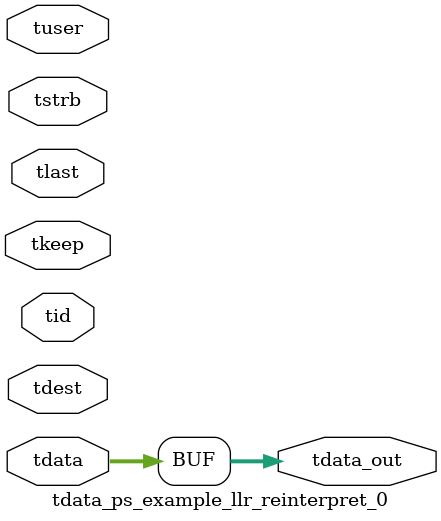
<source format=v>


`timescale 1ps/1ps

module tdata_ps_example_llr_reinterpret_0 #
(
parameter C_S_AXIS_TDATA_WIDTH = 32,
parameter C_S_AXIS_TUSER_WIDTH = 0,
parameter C_S_AXIS_TID_WIDTH   = 0,
parameter C_S_AXIS_TDEST_WIDTH = 0,
parameter C_M_AXIS_TDATA_WIDTH = 32
)
(
input  [(C_S_AXIS_TDATA_WIDTH == 0 ? 1 : C_S_AXIS_TDATA_WIDTH)-1:0     ] tdata,
input  [(C_S_AXIS_TUSER_WIDTH == 0 ? 1 : C_S_AXIS_TUSER_WIDTH)-1:0     ] tuser,
input  [(C_S_AXIS_TID_WIDTH   == 0 ? 1 : C_S_AXIS_TID_WIDTH)-1:0       ] tid,
input  [(C_S_AXIS_TDEST_WIDTH == 0 ? 1 : C_S_AXIS_TDEST_WIDTH)-1:0     ] tdest,
input  [(C_S_AXIS_TDATA_WIDTH/8)-1:0 ] tkeep,
input  [(C_S_AXIS_TDATA_WIDTH/8)-1:0 ] tstrb,
input                                                                    tlast,
output [C_M_AXIS_TDATA_WIDTH-1:0] tdata_out
);

assign tdata_out = {32'b00000000000000000000000000000000,tdata[95:0]};

endmodule


</source>
